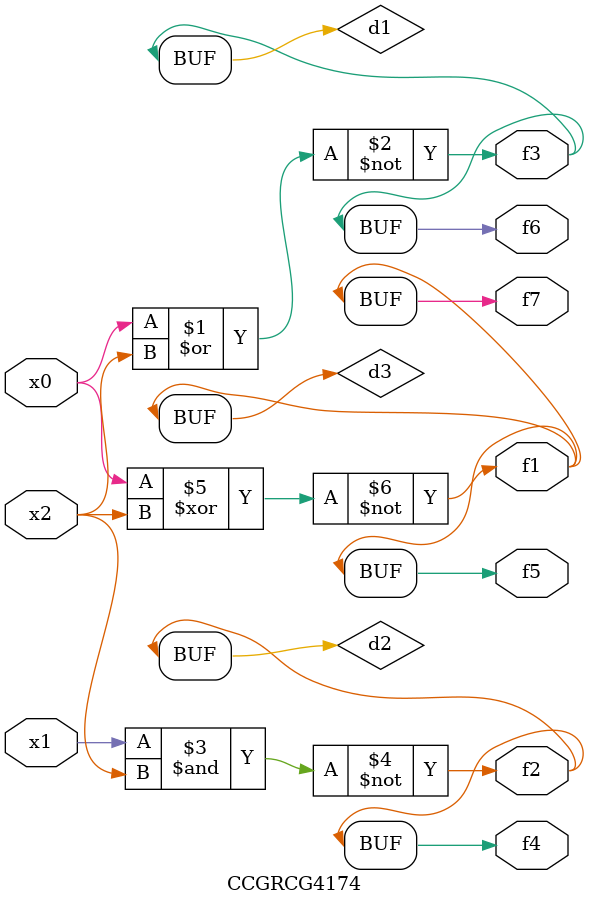
<source format=v>
module CCGRCG4174(
	input x0, x1, x2,
	output f1, f2, f3, f4, f5, f6, f7
);

	wire d1, d2, d3;

	nor (d1, x0, x2);
	nand (d2, x1, x2);
	xnor (d3, x0, x2);
	assign f1 = d3;
	assign f2 = d2;
	assign f3 = d1;
	assign f4 = d2;
	assign f5 = d3;
	assign f6 = d1;
	assign f7 = d3;
endmodule

</source>
